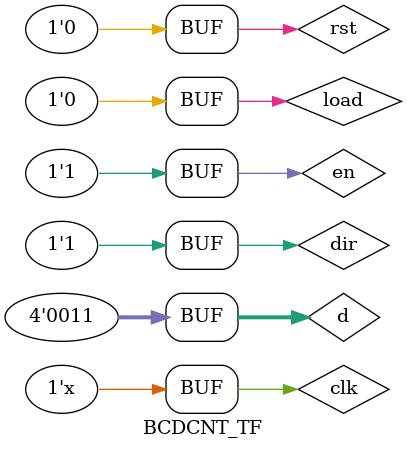
<source format=v>
`timescale 1ns / 1ps


module BCDCNT_TF;

	// Inputs
	reg clk;
	reg rst;
	reg load;
	reg en;
	reg dir;
	reg [3:0] d;

	// Outputs
	wire [3:0] q;
	wire tc;

	// Instantiate the Unit Under Test (UUT)
	BCDCNT uut (
		.clk(clk), 
		.rst(rst), 
		.load(load), 
		.en(en), 
		.dir(dir), 
		.d(d), 
		.q(q), 
		.tc(tc)
	);
   
////////////////////////////////////////////////////////////////////////////////
// Órajel generátor 10MHz frekvenciával
////////////////////////////////////////////////////////////////////////////////

always 
   begin
      #50 clk = ~clk;
   end 


	initial begin
		// Initialize Inputs
		clk = 0;
		rst = 0;
		load = 0;
		en = 0;
		dir = 0;
		d = 0;

		// Wait 100 ns for global reset to finish
		#100;
        
		// Add stimulus here
      #100 rst = 1;
      #100 rst = 0; en = 1;
      #1200 dir = 1;
      #900 load = 1; d = 4'h3;
      #400 load = 0; en = 0;
      #300 en = 1;

	end
      
endmodule


</source>
